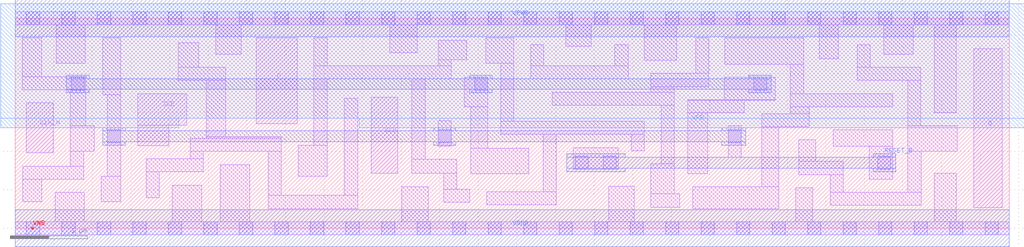
<source format=lef>
# Copyright 2020 The SkyWater PDK Authors
#
# Licensed under the Apache License, Version 2.0 (the "License");
# you may not use this file except in compliance with the License.
# You may obtain a copy of the License at
#
#     https://www.apache.org/licenses/LICENSE-2.0
#
# Unless required by applicable law or agreed to in writing, software
# distributed under the License is distributed on an "AS IS" BASIS,
# WITHOUT WARRANTIES OR CONDITIONS OF ANY KIND, either express or implied.
# See the License for the specific language governing permissions and
# limitations under the License.
#
# SPDX-License-Identifier: Apache-2.0

VERSION 5.7 ;
  NOWIREEXTENSIONATPIN ON ;
  DIVIDERCHAR "/" ;
  BUSBITCHARS "[]" ;
PROPERTYDEFINITIONS
  MACRO maskLayoutSubType STRING ;
  MACRO prCellType STRING ;
  MACRO originalViewName STRING ;
END PROPERTYDEFINITIONS
MACRO sky130_fd_sc_hdll__sdfrtn_1
  CLASS CORE ;
  FOREIGN sky130_fd_sc_hdll__sdfrtn_1 ;
  ORIGIN  0.000000  0.000000 ;
  SIZE  12.88000 BY  2.720000 ;
  SYMMETRY X Y R90 ;
  SITE unithd ;
  PIN CLK_N
    ANTENNAGATEAREA  0.277500 ;
    DIRECTION INPUT ;
    USE SIGNAL ;
    PORT
      LAYER li1 ;
        RECT 0.140000 0.975000 0.490000 1.625000 ;
    END
  END CLK_N
  PIN D
    ANTENNAGATEAREA  0.160200 ;
    DIRECTION INPUT ;
    USE SIGNAL ;
    PORT
      LAYER li1 ;
        RECT 3.120000 1.355000 3.655000 2.465000 ;
    END
  END D
  PIN Q
    ANTENNADIFFAREA  0.513250 ;
    DIRECTION OUTPUT ;
    USE SIGNAL ;
    PORT
      LAYER li1 ;
        RECT 12.420000 0.265000 12.785000 2.325000 ;
    END
  END Q
  PIN RESET_B
    ANTENNAGATEAREA  0.277200 ;
    DIRECTION INPUT ;
    USE SIGNAL ;
    PORT
      LAYER met1 ;
        RECT  7.145000 0.735000  7.900000 0.780000 ;
        RECT  7.145000 0.780000 11.405000 0.920000 ;
        RECT  7.145000 0.920000  7.900000 0.965000 ;
        RECT 11.115000 0.735000 11.405000 0.780000 ;
        RECT 11.115000 0.920000 11.405000 0.965000 ;
    END
  END RESET_B
  PIN SCD
    ANTENNAGATEAREA  0.172800 ;
    DIRECTION INPUT ;
    USE SIGNAL ;
    PORT
      LAYER li1 ;
        RECT 4.610000 0.710000 4.955000 1.700000 ;
    END
  END SCD
  PIN SCE
    ANTENNAGATEAREA  0.467400 ;
    DIRECTION INPUT ;
    USE SIGNAL ;
    PORT
      LAYER li1 ;
        RECT 1.585000 1.070000 1.990000 1.335000 ;
        RECT 1.585000 1.335000 2.220000 1.745000 ;
    END
  END SCE
  PIN VGND
    ANTENNADIFFAREA  1.353300 ;
    DIRECTION INOUT ;
    USE SIGNAL ;
    PORT
      LAYER met1 ;
        RECT 0.000000 -0.240000 12.880000 0.240000 ;
    END
  END VGND
  PIN VNB
    PORT
      LAYER pwell ;
        RECT 0.215000 -0.010000 0.235000 0.015000 ;
    END
  END VNB
  PIN VPB
    PORT
      LAYER nwell ;
        RECT -0.190000 1.305000  2.120000 1.425000 ;
        RECT -0.190000 1.425000 13.070000 2.910000 ;
        RECT  4.455000 1.305000 13.070000 1.425000 ;
    END
  END VPB
  PIN VPWR
    ANTENNADIFFAREA  1.639800 ;
    DIRECTION INOUT ;
    USE SIGNAL ;
    PORT
      LAYER met1 ;
        RECT 0.000000 2.480000 12.880000 2.960000 ;
    END
  END VPWR
  OBS
    LAYER li1 ;
      RECT  0.000000 -0.085000 12.880000 0.085000 ;
      RECT  0.000000  2.635000 12.880000 2.805000 ;
      RECT  0.090000  1.795000  0.915000 1.965000 ;
      RECT  0.090000  1.965000  0.345000 2.465000 ;
      RECT  0.095000  0.345000  0.345000 0.635000 ;
      RECT  0.095000  0.635000  0.885000 0.805000 ;
      RECT  0.515000  0.085000  0.895000 0.465000 ;
      RECT  0.530000  2.135000  0.910000 2.635000 ;
      RECT  0.710000  0.805000  0.885000 0.995000 ;
      RECT  0.710000  0.995000  1.025000 1.325000 ;
      RECT  0.710000  1.325000  0.915000 1.795000 ;
      RECT  1.115000  0.345000  1.365000 0.675000 ;
      RECT  1.135000  1.730000  1.365000 2.465000 ;
      RECT  1.195000  0.675000  1.365000 1.730000 ;
      RECT  1.695000  0.395000  1.865000 0.730000 ;
      RECT  1.695000  0.730000  2.435000 0.900000 ;
      RECT  2.035000  0.085000  2.415000 0.560000 ;
      RECT  2.110000  1.915000  2.730000 2.085000 ;
      RECT  2.110000  2.085000  2.380000 2.400000 ;
      RECT  2.265000  0.900000  2.435000 0.995000 ;
      RECT  2.265000  0.995000  3.445000 1.165000 ;
      RECT  2.475000  1.165000  3.445000 1.185000 ;
      RECT  2.475000  1.185000  2.730000 1.915000 ;
      RECT  2.600000  2.255000  2.930000 2.635000 ;
      RECT  2.655000  0.085000  3.035000 0.825000 ;
      RECT  3.275000  0.255000  4.435000 0.425000 ;
      RECT  3.275000  0.425000  3.445000 0.995000 ;
      RECT  3.665000  0.675000  4.045000 1.075000 ;
      RECT  3.870000  1.075000  4.045000 1.935000 ;
      RECT  3.870000  1.935000  5.650000 2.105000 ;
      RECT  3.870000  2.105000  4.040000 2.465000 ;
      RECT  4.265000  0.425000  4.435000 1.685000 ;
      RECT  4.855000  2.275000  5.205000 2.635000 ;
      RECT  5.005000  0.085000  5.350000 0.540000 ;
      RECT  5.140000  0.715000  5.720000 0.895000 ;
      RECT  5.140000  0.895000  5.310000 1.935000 ;
      RECT  5.480000  1.065000  5.650000 1.395000 ;
      RECT  5.480000  2.105000  5.650000 2.185000 ;
      RECT  5.480000  2.185000  5.850000 2.435000 ;
      RECT  5.550000  0.335000  5.890000 0.505000 ;
      RECT  5.550000  0.505000  5.720000 0.715000 ;
      RECT  5.820000  1.575000  6.120000 1.955000 ;
      RECT  5.900000  0.705000  6.650000 1.035000 ;
      RECT  5.900000  1.035000  6.120000 1.575000 ;
      RECT  6.095000  2.135000  6.460000 2.465000 ;
      RECT  6.110000  0.305000  7.010000 0.475000 ;
      RECT  6.290000  1.215000  8.150000 1.385000 ;
      RECT  6.290000  1.385000  6.460000 2.135000 ;
      RECT  6.680000  1.935000  7.940000 2.105000 ;
      RECT  6.680000  2.105000  6.850000 2.375000 ;
      RECT  6.840000  0.475000  7.010000 1.215000 ;
      RECT  6.960000  1.595000  8.540000 1.765000 ;
      RECT  7.135000  2.355000  7.465000 2.635000 ;
      RECT  7.230000  0.765000  7.810000 1.045000 ;
      RECT  7.690000  0.085000  8.020000 0.545000 ;
      RECT  7.770000  2.105000  7.940000 2.375000 ;
      RECT  7.980000  1.005000  8.150000 1.215000 ;
      RECT  8.150000  2.175000  8.570000 2.635000 ;
      RECT  8.230000  0.275000  8.610000 0.445000 ;
      RECT  8.230000  0.445000  8.540000 0.835000 ;
      RECT  8.230000  1.765000  8.540000 1.835000 ;
      RECT  8.230000  1.835000  8.985000 2.005000 ;
      RECT  8.370000  0.835000  8.540000 1.595000 ;
      RECT  8.710000  0.705000  8.970000 1.495000 ;
      RECT  8.710000  1.495000  9.445000 1.660000 ;
      RECT  8.710000  1.660000  9.845000 1.665000 ;
      RECT  8.780000  0.255000  9.890000 0.535000 ;
      RECT  8.815000  2.005000  8.985000 2.465000 ;
      RECT  9.185000  1.665000  9.845000 1.955000 ;
      RECT  9.195000  2.125000 10.215000 2.465000 ;
      RECT  9.235000  0.920000  9.405000 1.325000 ;
      RECT  9.670000  0.535000  9.890000 1.315000 ;
      RECT  9.670000  1.315000 10.285000 1.485000 ;
      RECT 10.040000  1.485000 10.285000 1.575000 ;
      RECT 10.040000  1.575000 11.370000 1.745000 ;
      RECT 10.040000  1.745000 10.215000 2.125000 ;
      RECT 10.110000  0.085000 10.330000 0.525000 ;
      RECT 10.150000  0.695000 10.730000 0.865000 ;
      RECT 10.150000  0.865000 10.370000 1.145000 ;
      RECT 10.415000  2.195000 10.665000 2.635000 ;
      RECT 10.560000  0.295000 11.735000 0.465000 ;
      RECT 10.560000  0.465000 10.730000 0.695000 ;
      RECT 10.600000  1.065000 11.370000 1.275000 ;
      RECT 10.910000  1.915000 11.730000 2.085000 ;
      RECT 10.910000  2.085000 11.080000 2.375000 ;
      RECT 11.065000  0.635000 11.370000 1.065000 ;
      RECT 11.255000  2.255000 11.635000 2.635000 ;
      RECT 11.560000  0.465000 11.735000 0.995000 ;
      RECT 11.560000  0.995000 12.205000 1.325000 ;
      RECT 11.560000  1.325000 11.730000 1.915000 ;
      RECT 11.905000  0.085000 12.190000 0.710000 ;
      RECT 11.905000  1.495000 12.190000 2.635000 ;
    LAYER mcon ;
      RECT  0.145000 -0.085000  0.315000 0.085000 ;
      RECT  0.145000  2.635000  0.315000 2.805000 ;
      RECT  0.605000 -0.085000  0.775000 0.085000 ;
      RECT  0.605000  2.635000  0.775000 2.805000 ;
      RECT  0.725000  1.785000  0.895000 1.955000 ;
      RECT  1.065000 -0.085000  1.235000 0.085000 ;
      RECT  1.065000  2.635000  1.235000 2.805000 ;
      RECT  1.195000  1.105000  1.365000 1.275000 ;
      RECT  1.525000 -0.085000  1.695000 0.085000 ;
      RECT  1.525000  2.635000  1.695000 2.805000 ;
      RECT  1.985000 -0.085000  2.155000 0.085000 ;
      RECT  1.985000  2.635000  2.155000 2.805000 ;
      RECT  2.445000 -0.085000  2.615000 0.085000 ;
      RECT  2.445000  2.635000  2.615000 2.805000 ;
      RECT  2.905000 -0.085000  3.075000 0.085000 ;
      RECT  2.905000  2.635000  3.075000 2.805000 ;
      RECT  3.365000 -0.085000  3.535000 0.085000 ;
      RECT  3.365000  2.635000  3.535000 2.805000 ;
      RECT  3.825000 -0.085000  3.995000 0.085000 ;
      RECT  3.825000  2.635000  3.995000 2.805000 ;
      RECT  4.285000 -0.085000  4.455000 0.085000 ;
      RECT  4.285000  2.635000  4.455000 2.805000 ;
      RECT  4.745000 -0.085000  4.915000 0.085000 ;
      RECT  4.745000  2.635000  4.915000 2.805000 ;
      RECT  5.205000 -0.085000  5.375000 0.085000 ;
      RECT  5.205000  2.635000  5.375000 2.805000 ;
      RECT  5.480000  1.105000  5.650000 1.275000 ;
      RECT  5.665000 -0.085000  5.835000 0.085000 ;
      RECT  5.665000  2.635000  5.835000 2.805000 ;
      RECT  5.950000  1.785000  6.120000 1.955000 ;
      RECT  6.125000 -0.085000  6.295000 0.085000 ;
      RECT  6.125000  2.635000  6.295000 2.805000 ;
      RECT  6.585000 -0.085000  6.755000 0.085000 ;
      RECT  6.585000  2.635000  6.755000 2.805000 ;
      RECT  7.045000 -0.085000  7.215000 0.085000 ;
      RECT  7.045000  2.635000  7.215000 2.805000 ;
      RECT  7.255000  0.765000  7.425000 0.935000 ;
      RECT  7.505000 -0.085000  7.675000 0.085000 ;
      RECT  7.505000  2.635000  7.675000 2.805000 ;
      RECT  7.615000  0.765000  7.785000 0.935000 ;
      RECT  7.965000 -0.085000  8.135000 0.085000 ;
      RECT  7.965000  2.635000  8.135000 2.805000 ;
      RECT  8.425000 -0.085000  8.595000 0.085000 ;
      RECT  8.425000  2.635000  8.595000 2.805000 ;
      RECT  8.885000 -0.085000  9.055000 0.085000 ;
      RECT  8.885000  2.635000  9.055000 2.805000 ;
      RECT  9.235000  1.105000  9.405000 1.275000 ;
      RECT  9.345000 -0.085000  9.515000 0.085000 ;
      RECT  9.345000  2.635000  9.515000 2.805000 ;
      RECT  9.565000  1.785000  9.735000 1.955000 ;
      RECT  9.805000 -0.085000  9.975000 0.085000 ;
      RECT  9.805000  2.635000  9.975000 2.805000 ;
      RECT 10.265000 -0.085000 10.435000 0.085000 ;
      RECT 10.265000  2.635000 10.435000 2.805000 ;
      RECT 10.725000 -0.085000 10.895000 0.085000 ;
      RECT 10.725000  2.635000 10.895000 2.805000 ;
      RECT 11.175000  0.765000 11.345000 0.935000 ;
      RECT 11.185000 -0.085000 11.355000 0.085000 ;
      RECT 11.185000  2.635000 11.355000 2.805000 ;
      RECT 11.645000 -0.085000 11.815000 0.085000 ;
      RECT 11.645000  2.635000 11.815000 2.805000 ;
      RECT 12.105000 -0.085000 12.275000 0.085000 ;
      RECT 12.105000  2.635000 12.275000 2.805000 ;
      RECT 12.565000 -0.085000 12.735000 0.085000 ;
      RECT 12.565000  2.635000 12.735000 2.805000 ;
    LAYER met1 ;
      RECT 0.660000 1.755000 0.960000 1.800000 ;
      RECT 0.660000 1.800000 9.795000 1.940000 ;
      RECT 0.660000 1.940000 0.960000 1.985000 ;
      RECT 1.135000 1.075000 1.425000 1.120000 ;
      RECT 1.135000 1.120000 9.465000 1.260000 ;
      RECT 1.135000 1.260000 1.425000 1.305000 ;
      RECT 5.420000 1.075000 5.710000 1.120000 ;
      RECT 5.420000 1.260000 5.710000 1.305000 ;
      RECT 5.890000 1.755000 6.180000 1.800000 ;
      RECT 5.890000 1.940000 6.180000 1.985000 ;
      RECT 9.155000 1.075000 9.465000 1.120000 ;
      RECT 9.155000 1.260000 9.465000 1.305000 ;
      RECT 9.500000 1.755000 9.795000 1.800000 ;
      RECT 9.500000 1.940000 9.795000 1.985000 ;
  END
  PROPERTY maskLayoutSubType "abstract" ;
  PROPERTY prCellType "standard" ;
  PROPERTY originalViewName "layout" ;
END sky130_fd_sc_hdll__sdfrtn_1
END LIBRARY

</source>
